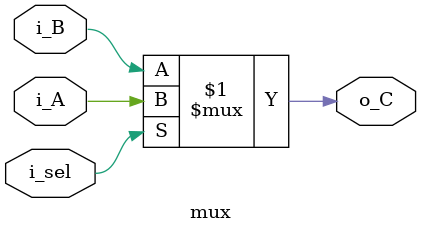
<source format=v>
module mux(i_A,i_B,i_sel,o_C);

input i_A,i_B;
input i_sel;
output o_C;

assign o_C= i_sel?i_A:i_B; // if i_sel = 1 then o_C = i_A, else = i_B

endmodule
</source>
